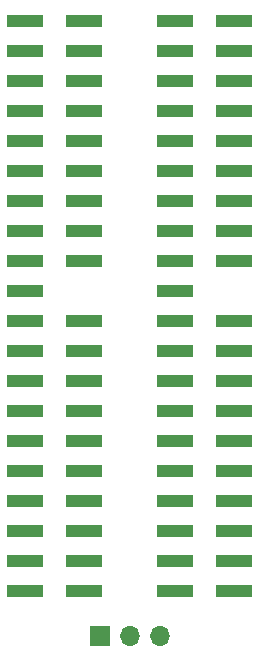
<source format=gbr>
%TF.GenerationSoftware,KiCad,Pcbnew,(6.0.4-0)*%
%TF.CreationDate,2022-11-11T17:00:16-07:00*%
%TF.ProjectId,ide_cable_select_switch,6964655f-6361-4626-9c65-5f73656c6563,rev?*%
%TF.SameCoordinates,Original*%
%TF.FileFunction,Soldermask,Top*%
%TF.FilePolarity,Negative*%
%FSLAX46Y46*%
G04 Gerber Fmt 4.6, Leading zero omitted, Abs format (unit mm)*
G04 Created by KiCad (PCBNEW (6.0.4-0)) date 2022-11-11 17:00:16*
%MOMM*%
%LPD*%
G01*
G04 APERTURE LIST*
%ADD10R,1.700000X1.700000*%
%ADD11O,1.700000X1.700000*%
%ADD12R,3.150000X1.000000*%
G04 APERTURE END LIST*
D10*
%TO.C,SW1*%
X152400000Y-112522000D03*
D11*
X154940000Y-112522000D03*
X157480000Y-112522000D03*
%TD*%
D12*
%TO.C,J2*%
X146065000Y-60452000D03*
X151115000Y-60452000D03*
X146065000Y-62992000D03*
X151115000Y-62992000D03*
X146065000Y-65532000D03*
X151115000Y-65532000D03*
X146065000Y-68072000D03*
X151115000Y-68072000D03*
X146065000Y-70612000D03*
X151115000Y-70612000D03*
X146065000Y-73152000D03*
X151115000Y-73152000D03*
X146065000Y-75692000D03*
X151115000Y-75692000D03*
X146065000Y-78232000D03*
X151115000Y-78232000D03*
X146065000Y-80772000D03*
X151115000Y-80772000D03*
X146065000Y-83312000D03*
X146065000Y-85852000D03*
X151115000Y-85852000D03*
X146065000Y-88392000D03*
X151115000Y-88392000D03*
X146065000Y-90932000D03*
X151115000Y-90932000D03*
X146065000Y-93472000D03*
X151115000Y-93472000D03*
X146065000Y-96012000D03*
X151115000Y-96012000D03*
X146065000Y-98552000D03*
X151115000Y-98552000D03*
X146065000Y-101092000D03*
X151115000Y-101092000D03*
X146065000Y-103632000D03*
X151115000Y-103632000D03*
X146065000Y-106172000D03*
X151115000Y-106172000D03*
X146065000Y-108712000D03*
X151115000Y-108712000D03*
%TD*%
%TO.C,J3*%
X158765000Y-60452000D03*
X163815000Y-60452000D03*
X158765000Y-62992000D03*
X163815000Y-62992000D03*
X158765000Y-65532000D03*
X163815000Y-65532000D03*
X158765000Y-68072000D03*
X163815000Y-68072000D03*
X158765000Y-70612000D03*
X163815000Y-70612000D03*
X158765000Y-73152000D03*
X163815000Y-73152000D03*
X158765000Y-75692000D03*
X163815000Y-75692000D03*
X158765000Y-78232000D03*
X163815000Y-78232000D03*
X158765000Y-80772000D03*
X163815000Y-80772000D03*
X158765000Y-83312000D03*
X158765000Y-85852000D03*
X163815000Y-85852000D03*
X158765000Y-88392000D03*
X163815000Y-88392000D03*
X158765000Y-90932000D03*
X163815000Y-90932000D03*
X158765000Y-93472000D03*
X163815000Y-93472000D03*
X158765000Y-96012000D03*
X163815000Y-96012000D03*
X158765000Y-98552000D03*
X163815000Y-98552000D03*
X158765000Y-101092000D03*
X163815000Y-101092000D03*
X158765000Y-103632000D03*
X163815000Y-103632000D03*
X158765000Y-106172000D03*
X163815000Y-106172000D03*
X158765000Y-108712000D03*
X163815000Y-108712000D03*
%TD*%
M02*

</source>
